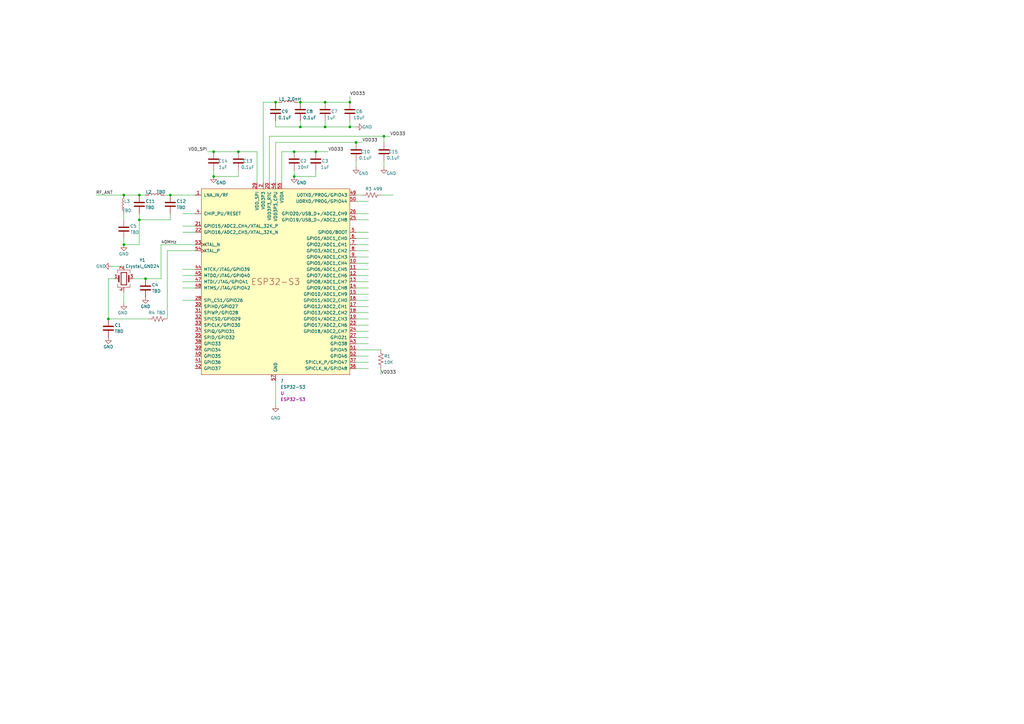
<source format=kicad_sch>
(kicad_sch (version 20211123) (generator eeschema)
  (paper "A3")
  (lib_symbols
    (symbol "Device:C" (pin_numbers hide) (pin_names (offset 0.254))
      (property "Reference" "C" (at 0.635 2.54 0))
      (property "Value" "C" (at 0.635 -2.54 0))
      (symbol "C_0_1"
        (polyline (pts (xy -2.032 -0.762) (xy 2.032 -0.762)) (stroke (width 0.508)))
        (polyline (pts (xy -2.032 0.762) (xy 2.032 0.762)) (stroke (width 0.508)))
      )
      (symbol "C_1_1"
        (pin passive line (at 0 3.81 270) (length 2.794) (name "~") (number "1"))
        (pin passive line (at 0 -3.81 90) (length 2.794) (name "~") (number "2"))
      )
    )
    (symbol "Device:Crystal_GND24" (pin_names (offset 1.016) hide)
      (property "Reference" "Y" (at 3.175 5.08 0))
      (property "Value" "Crystal_GND24" (at 3.175 3.175 0))
      (symbol "Crystal_GND24_0_1"
        (rectangle (start -1.143 2.54) (end 1.143 -2.54) (stroke (width 0.3048)))
        (polyline (pts (xy -2.54 0) (xy -2.032 0)))
        (polyline (pts (xy -2.032 -1.27) (xy -2.032 1.27)) (stroke (width 0.508)))
        (polyline (pts (xy 0 -3.81) (xy 0 -3.556)))
        (polyline (pts (xy 0 3.556) (xy 0 3.81)))
        (polyline (pts (xy 2.032 -1.27) (xy 2.032 1.27)) (stroke (width 0.508)))
        (polyline (pts (xy 2.032 0) (xy 2.54 0)))
        (polyline (pts (xy -2.54 -2.286) (xy -2.54 -3.556) (xy 2.54 -3.556) (xy 2.54 -2.286)))
        (polyline (pts (xy -2.54 2.286) (xy -2.54 3.556) (xy 2.54 3.556) (xy 2.54 2.286)))
      )
      (symbol "Crystal_GND24_1_1"
        (pin passive line (at -3.81 0 0) (length 1.27) (name "1") (number "1"))
        (pin passive line (at 0 5.08 270) (length 1.27) (name "2") (number "2"))
        (pin passive line (at 3.81 0 180) (length 1.27) (name "3") (number "3"))
        (pin passive line (at 0 -5.08 90) (length 1.27) (name "4") (number "4"))
      )
    )
    (symbol "Device:L" (pin_numbers hide) (pin_names (offset 1.016) hide)
      (property "Reference" "L" (at -1.27 0 90))
      (property "Value" "L" (at 1.905 0 90))
      (symbol "L_0_1"
        (arc (start 0 -2.54) (mid 0.635 -1.905) (end 0 -1.27))
        (arc (start 0 -1.27) (mid 0.635 -0.635) (end 0 0))
        (arc (start 0 0) (mid 0.635 0.635) (end 0 1.27))
        (arc (start 0 1.27) (mid 0.635 1.905) (end 0 2.54))
      )
      (symbol "L_1_1"
        (pin passive line (at 0 3.81 270) (length 1.27) (name "1") (number "1"))
        (pin passive line (at 0 -3.81 90) (length 1.27) (name "2") (number "2"))
      )
    )
    (symbol "Device:R_US" (pin_numbers hide) (pin_names (offset 0))
      (property "Reference" "R" (at 2.54 0 90))
      (property "Value" "R_US" (at -2.54 0 90))
      (symbol "R_US_0_1"
        (polyline (pts (xy 0 -2.286) (xy 0 -2.54)))
        (polyline (pts (xy 0 2.286) (xy 0 2.54)))
        (polyline (pts (xy 0 -0.762) (xy 1.016 -1.143) (xy 0 -1.524) (xy -1.016 -1.905) (xy 0 -2.286)))
        (polyline (pts (xy 0 0.762) (xy 1.016 0.381) (xy 0 0) (xy -1.016 -0.381) (xy 0 -0.762)))
        (polyline (pts (xy 0 2.286) (xy 1.016 1.905) (xy 0 1.524) (xy -1.016 1.143) (xy 0 0.762)))
      )
      (symbol "R_US_1_1"
        (pin passive line (at 0 3.81 270) (length 1.27) (name "~") (number "1"))
        (pin passive line (at 0 -3.81 90) (length 1.27) (name "~") (number "2"))
      )
    )
    (symbol "Espressif:ESP32-S3" (pin_names (offset 1.016))
      (property "Value" "ESP32-S3" (at 0 0 0))
      (property "Reference_1" "U" (at -30.48 43.18 0))
      (property "Value_1" "ESP32-S3" (at -30.48 40.64 0))
      (symbol "ESP32-S3_0_0"
        (text "ESP32-S3" (at 0 0 0) (effects (font (size 2.54 2.54))))
        (pin bidirectional line (at 33.02 -35.56 180) (length 2.54) (name "SPICLK_N/GPIO48") (number "36"))
        (pin bidirectional line (at 33.02 -33.02 180) (length 2.54) (name "SPICLK_P/GPIO47") (number "37"))
      )
      (symbol "ESP32-S3_0_1"
        (rectangle (start -30.48 38.1) (end 30.48 -38.1) (fill (type background)))
      )
      (symbol "ESP32-S3_1_1"
        (pin bidirectional line (at -33.02 35.56 0) (length 2.54) (name "LNA_IN/RF") (number "1"))
        (pin bidirectional line (at 33.02 7.62 180) (length 2.54) (name "GPIO5/ADC1_CH4") (number "10"))
        (pin bidirectional line (at 33.02 5.08 180) (length 2.54) (name "GPIO6/ADC1_CH5") (number "11"))
        (pin bidirectional line (at 33.02 2.54 180) (length 2.54) (name "GPIO7/ADC1_CH6") (number "12"))
        (pin bidirectional line (at 33.02 0 180) (length 2.54) (name "GPIO8/ADC1_CH7") (number "13"))
        (pin bidirectional line (at 33.02 -2.54 180) (length 2.54) (name "GPIO9/ADC1_CH8") (number "14"))
        (pin bidirectional line (at 33.02 -5.08 180) (length 2.54) (name "GPIO10/ADC1_CH9") (number "15"))
        (pin bidirectional line (at 33.02 -7.62 180) (length 2.54) (name "GPIO11/ADC2_CH0") (number "16"))
        (pin bidirectional line (at 33.02 -10.16 180) (length 2.54) (name "GPIO12/ADC2_CH1") (number "17"))
        (pin bidirectional line (at 33.02 -12.7 180) (length 2.54) (name "GPIO13/ADC2_CH2") (number "18"))
        (pin bidirectional line (at 33.02 -15.24 180) (length 2.54) (name "GPIO14/ADC2_CH3") (number "19"))
        (pin power_in line (at -5.08 40.64 270) (length 2.54) (name "VDD3P3") (number "2"))
        (pin power_in line (at -2.54 40.64 270) (length 2.54) (name "VDD3P3_RTC") (number "20"))
        (pin bidirectional line (at -33.02 22.86 0) (length 2.54) (name "GPIO15/ADC2_CH4/XTAL_32K_P") (number "21"))
        (pin bidirectional line (at -33.02 20.32 0) (length 2.54) (name "GPIO16/ADC2_CH5/XTAL_32K_N") (number "22"))
        (pin bidirectional line (at 33.02 -17.78 180) (length 2.54) (name "GPIO17/ADC2_CH6") (number "23"))
        (pin bidirectional line (at 33.02 -20.32 180) (length 2.54) (name "GPIO18/ADC2_CH7") (number "24"))
        (pin bidirectional line (at 33.02 25.4 180) (length 2.54) (name "GPIO19/USB_D-/ADC2_CH8") (number "25"))
        (pin bidirectional line (at 33.02 27.94 180) (length 2.54) (name "GPIO20/USB_D+/ADC2_CH9") (number "26"))
        (pin bidirectional line (at 33.02 -22.86 180) (length 2.54) (name "GPIO21") (number "27"))
        (pin bidirectional line (at -33.02 -7.62 0) (length 2.54) (name "SPI_CS1/GPIO26") (number "28"))
        (pin power_out line (at -7.62 40.64 270) (length 2.54) (name "VDD_SPI") (number "29"))
        (pin power_in line (at -5.08 40.64 270) (length 2.54) hide (name "VDD3P3") (number "3"))
        (pin bidirectional line (at -33.02 -10.16 0) (length 2.54) (name "SPIHD/GPIO27") (number "30"))
        (pin bidirectional line (at -33.02 -12.7 0) (length 2.54) (name "SPIWP/GPIO28") (number "31"))
        (pin bidirectional line (at -33.02 -15.24 0) (length 2.54) (name "SPICS0/GPIO29") (number "32"))
        (pin bidirectional line (at -33.02 -17.78 0) (length 2.54) (name "SPICLK/GPIO30") (number "33"))
        (pin bidirectional line (at -33.02 -20.32 0) (length 2.54) (name "SPIQ/GPIO31") (number "34"))
        (pin bidirectional line (at -33.02 -22.86 0) (length 2.54) (name "SPID/GPIO32") (number "35"))
        (pin bidirectional line (at -33.02 -25.4 0) (length 2.54) (name "GPIO33") (number "38"))
        (pin bidirectional line (at -33.02 -27.94 0) (length 2.54) (name "GPIO34") (number "39"))
        (pin input line (at -33.02 27.94 0) (length 2.54) (name "CHIP_PU/RESET") (number "4"))
        (pin bidirectional line (at -33.02 -30.48 0) (length 2.54) (name "GPIO35") (number "40"))
        (pin bidirectional line (at -33.02 -33.02 0) (length 2.54) (name "GPIO36") (number "41"))
        (pin bidirectional line (at -33.02 -35.56 0) (length 2.54) (name "GPIO37") (number "42"))
        (pin bidirectional line (at 33.02 -25.4 180) (length 2.54) (name "GPIO38") (number "43"))
        (pin bidirectional line (at -33.02 5.08 0) (length 2.54) (name "MTCK/JTAG/GPIO39") (number "44"))
        (pin bidirectional line (at -33.02 2.54 0) (length 2.54) (name "MTDO/JTAG/GPIO40") (number "45"))
        (pin power_in line (at 0 40.64 270) (length 2.54) (name "VDD3P3_CPU") (number "46"))
        (pin bidirectional line (at -33.02 0 0) (length 2.54) (name "MTDI/JTAG/GPIO41") (number "47"))
        (pin bidirectional line (at -33.02 -2.54 0) (length 2.54) (name "MTMS/JTAG/GPIO42") (number "48"))
        (pin bidirectional line (at 33.02 35.56 180) (length 2.54) (name "U0TXD/PROG/GPIO43") (number "49"))
        (pin bidirectional line (at 33.02 20.32 180) (length 2.54) (name "GPIO0/BOOT") (number "5"))
        (pin bidirectional line (at 33.02 33.02 180) (length 2.54) (name "U0RXD/PROG/GPIO44") (number "50"))
        (pin bidirectional line (at 33.02 -27.94 180) (length 2.54) (name "GPIO45") (number "51"))
        (pin bidirectional line (at 33.02 -30.48 180) (length 2.54) (name "GPIO46") (number "52"))
        (pin input clock (at -33.02 15.24 0) (length 2.54) (name "XTAL_N") (number "53"))
        (pin output clock (at -33.02 12.7 0) (length 2.54) (name "XTAL_P") (number "54"))
        (pin power_in line (at 2.54 40.64 270) (length 2.54) (name "VDDA") (number "55"))
        (pin passive line (at 2.54 40.64 270) (length 2.54) hide (name "VDDA") (number "56"))
        (pin power_in line (at 0 -40.64 90) (length 2.54) (name "GND") (number "57"))
        (pin bidirectional line (at 33.02 17.78 180) (length 2.54) (name "GPIO1/ADC1_CH0") (number "6"))
        (pin bidirectional line (at 33.02 15.24 180) (length 2.54) (name "GPIO2/ADC1_CH1") (number "7"))
        (pin bidirectional line (at 33.02 12.7 180) (length 2.54) (name "GPIO3/ADC1_CH2") (number "8"))
        (pin bidirectional line (at 33.02 10.16 180) (length 2.54) (name "GPIO4/ADC1_CH3") (number "9"))
      )
    )
    (symbol "power:GND" (power) (pin_names (offset 0))
      (property "Value" "GND" (at 0 -3.81 0))
      (symbol "GND_0_1"
        (polyline (pts (xy 0 0) (xy 0 -1.27) (xy 1.27 -1.27) (xy 0 -2.54) (xy -1.27 -1.27) (xy 0 -1.27)))
      )
      (symbol "GND_1_1"
        (pin power_in line (at 0 0 270) (length 0) hide (name "GND") (number "1"))
      )
    )
  )
  (junction (at 59.69 114.3))
  (junction (at 143.51 52.07))
  (junction (at 120.65 62.23))
  (junction (at 50.8 80.01))
  (junction (at 123.19 52.07))
  (junction (at 87.63 62.23))
  (junction (at 143.51 41.91))
  (junction (at 113.03 41.91))
  (junction (at 129.54 62.23))
  (junction (at 69.85 80.01))
  (junction (at 146.05 58.42))
  (junction (at 57.15 90.17))
  (junction (at 133.35 52.07))
  (junction (at 57.15 80.01))
  (junction (at 120.65 72.39))
  (junction (at 44.45 130.81))
  (junction (at 133.35 41.91))
  (junction (at 97.79 62.23))
  (junction (at 87.63 72.39))
  (junction (at 123.19 41.91))
  (junction (at 50.8 100.33))
  (junction (at 157.48 55.88))
  (wire (pts (xy 146.05 125.73) (xy 151.13 125.73)))
  (wire (pts (xy 85.09 62.23) (xy 87.63 62.23)))
  (wire (pts (xy 107.95 41.91) (xy 113.03 41.91)))
  (wire (pts (xy 50.8 80.01) (xy 57.15 80.01)))
  (wire (pts (xy 133.35 41.91) (xy 143.51 41.91)))
  (wire (pts (xy 59.69 114.3) (xy 66.04 114.3)))
  (wire (pts (xy 146.05 90.17) (xy 151.13 90.17)))
  (wire (pts (xy 146.05 58.42) (xy 148.59 58.42)))
  (wire (pts (xy 66.04 100.33) (xy 80.01 100.33)))
  (wire (pts (xy 121.92 41.91) (xy 123.19 41.91)))
  (wire (pts (xy 57.15 80.01) (xy 59.69 80.01)))
  (wire (pts (xy 146.05 135.89) (xy 151.13 135.89)))
  (wire (pts (xy 57.15 90.17) (xy 57.15 100.33)))
  (wire (pts (xy 143.51 49.53) (xy 143.51 52.07)))
  (wire (pts (xy 120.65 69.85) (xy 120.65 72.39)))
  (wire (pts (xy 50.8 87.63) (xy 50.8 90.17)))
  (wire (pts (xy 146.05 97.79) (xy 151.13 97.79)))
  (wire (pts (xy 160.02 55.88) (xy 157.48 55.88)))
  (wire (pts (xy 113.03 58.42) (xy 146.05 58.42)))
  (wire (pts (xy 146.05 82.55) (xy 151.13 82.55)))
  (wire (pts (xy 97.79 72.39) (xy 97.79 69.85)))
  (wire (pts (xy 57.15 100.33) (xy 50.8 100.33)))
  (wire (pts (xy 143.51 52.07) (xy 146.05 52.07)))
  (wire (pts (xy 57.15 87.63) (xy 57.15 90.17)))
  (wire (pts (xy 74.93 87.63) (xy 80.01 87.63)))
  (wire (pts (xy 157.48 55.88) (xy 157.48 58.42)))
  (wire (pts (xy 68.58 102.87) (xy 68.58 130.81)))
  (wire (pts (xy 74.93 113.03) (xy 80.01 113.03)))
  (wire (pts (xy 57.15 90.17) (xy 69.85 90.17)))
  (wire (pts (xy 123.19 41.91) (xy 133.35 41.91)))
  (wire (pts (xy 44.45 130.81) (xy 60.96 130.81)))
  (wire (pts (xy 146.05 118.11) (xy 151.13 118.11)))
  (wire (pts (xy 46.99 114.3) (xy 44.45 114.3)))
  (wire (pts (xy 146.05 130.81) (xy 151.13 130.81)))
  (wire (pts (xy 146.05 110.49) (xy 151.13 110.49)))
  (wire (pts (xy 146.05 80.01) (xy 148.59 80.01)))
  (wire (pts (xy 45.72 109.22) (xy 50.8 109.22)))
  (wire (pts (xy 146.05 128.27) (xy 151.13 128.27)))
  (wire (pts (xy 146.05 113.03) (xy 151.13 113.03)))
  (wire (pts (xy 66.04 114.3) (xy 66.04 100.33)))
  (wire (pts (xy 107.95 74.93) (xy 107.95 41.91)))
  (wire (pts (xy 146.05 123.19) (xy 151.13 123.19)))
  (wire (pts (xy 120.65 72.39) (xy 129.54 72.39)))
  (wire (pts (xy 157.48 66.04) (xy 157.48 68.58)))
  (wire (pts (xy 133.35 52.07) (xy 143.51 52.07)))
  (wire (pts (xy 113.03 41.91) (xy 114.3 41.91)))
  (wire (pts (xy 113.03 156.21) (xy 113.03 166.37)))
  (wire (pts (xy 146.05 140.97) (xy 151.13 140.97)))
  (wire (pts (xy 74.93 123.19) (xy 80.01 123.19)))
  (wire (pts (xy 74.93 92.71) (xy 80.01 92.71)))
  (wire (pts (xy 87.63 72.39) (xy 97.79 72.39)))
  (wire (pts (xy 146.05 107.95) (xy 151.13 107.95)))
  (wire (pts (xy 120.65 62.23) (xy 129.54 62.23)))
  (wire (pts (xy 69.85 80.01) (xy 67.31 80.01)))
  (wire (pts (xy 74.93 118.11) (xy 80.01 118.11)))
  (wire (pts (xy 129.54 62.23) (xy 134.62 62.23)))
  (wire (pts (xy 146.05 120.65) (xy 151.13 120.65)))
  (wire (pts (xy 146.05 133.35) (xy 151.13 133.35)))
  (wire (pts (xy 113.03 49.53) (xy 113.03 52.07)))
  (wire (pts (xy 39.37 80.01) (xy 50.8 80.01)))
  (wire (pts (xy 44.45 114.3) (xy 44.45 130.81)))
  (wire (pts (xy 146.05 138.43) (xy 151.13 138.43)))
  (wire (pts (xy 113.03 74.93) (xy 113.03 58.42)))
  (wire (pts (xy 146.05 95.25) (xy 151.13 95.25)))
  (wire (pts (xy 110.49 55.88) (xy 157.48 55.88)))
  (wire (pts (xy 133.35 49.53) (xy 133.35 52.07)))
  (wire (pts (xy 97.79 62.23) (xy 105.41 62.23)))
  (wire (pts (xy 146.05 87.63) (xy 151.13 87.63)))
  (wire (pts (xy 146.05 100.33) (xy 151.13 100.33)))
  (wire (pts (xy 123.19 52.07) (xy 133.35 52.07)))
  (wire (pts (xy 146.05 105.41) (xy 151.13 105.41)))
  (wire (pts (xy 146.05 115.57) (xy 151.13 115.57)))
  (wire (pts (xy 54.61 114.3) (xy 59.69 114.3)))
  (wire (pts (xy 87.63 69.85) (xy 87.63 72.39)))
  (wire (pts (xy 74.93 95.25) (xy 80.01 95.25)))
  (wire (pts (xy 50.8 119.38) (xy 50.8 124.46)))
  (wire (pts (xy 146.05 102.87) (xy 151.13 102.87)))
  (wire (pts (xy 113.03 52.07) (xy 123.19 52.07)))
  (wire (pts (xy 143.51 39.37) (xy 143.51 41.91)))
  (wire (pts (xy 50.8 100.33) (xy 50.8 97.79)))
  (wire (pts (xy 69.85 80.01) (xy 80.01 80.01)))
  (wire (pts (xy 146.05 66.04) (xy 146.05 68.58)))
  (wire (pts (xy 129.54 72.39) (xy 129.54 69.85)))
  (wire (pts (xy 123.19 49.53) (xy 123.19 52.07)))
  (wire (pts (xy 146.05 151.13) (xy 151.13 151.13)))
  (wire (pts (xy 74.93 110.49) (xy 80.01 110.49)))
  (wire (pts (xy 146.05 148.59) (xy 151.13 148.59)))
  (wire (pts (xy 105.41 74.93) (xy 105.41 62.23)))
  (wire (pts (xy 110.49 74.93) (xy 110.49 55.88)))
  (wire (pts (xy 87.63 62.23) (xy 97.79 62.23)))
  (wire (pts (xy 156.21 151.13) (xy 156.21 153.67)))
  (wire (pts (xy 146.05 143.51) (xy 156.21 143.51)))
  (wire (pts (xy 115.57 62.23) (xy 120.65 62.23)))
  (wire (pts (xy 146.05 146.05) (xy 151.13 146.05)))
  (wire (pts (xy 68.58 102.87) (xy 80.01 102.87)))
  (wire (pts (xy 69.85 87.63) (xy 69.85 90.17)))
  (wire (pts (xy 156.21 80.01) (xy 161.29 80.01)))
  (wire (pts (xy 115.57 74.93) (xy 115.57 62.23)))
  (wire (pts (xy 74.93 115.57) (xy 80.01 115.57)))
  (label "VDD33" (at 160.02 55.88 0))
  (label "VDD33" (at 134.62 62.23 0))
  (label "VDD33" (at 143.51 39.37 0))
  (label "40MHz" (at 66.04 100.33 0))
  (label "RF_ANT" (at 39.37 80.01 0))
  (label "VDD_SPI" (at 85.09 62.23 180))
  (label "VDD33" (at 148.59 58.42 0))
  (label "VDD33" (at 156.21 153.67 0))
  (symbol (lib_id "Device:C") (at 57.15 83.82 0) (unit 1)
    (property "Reference" "C11" (at 59.69 82.55 0) (effects (justify left)))
    (property "Value" "TBD" (at 59.69 85.09 0) (effects (justify left)))
  )
  (symbol (lib_id "Device:C") (at 129.54 66.04 180) (unit 1)
    (property "Reference" "C3" (at 133.35 66.04 0))
    (property "Value" "1uF" (at 133.35 68.58 0))
  )
  (symbol (lib_id "Device:R_US") (at 156.21 147.32 0) (unit 1)
    (property "Reference" "R1" (at 157.48 146.05 0) (effects (justify left)))
    (property "Value" "10K" (at 157.48 148.59 0) (effects (justify left)))
  )
  (symbol (lib_id "power:GND") (at 120.65 72.39 0) (unit 1)
    (property "Reference" "#PWR?" (effects hide))
    (property "Value" "GND" (at 125.73 74.93 0) (effects (justify right)))
  )
  (symbol (lib_id "Device:C") (at 157.48 62.23 0) (unit 1)
    (property "Reference" "C15" (at 161.29 62.23 0))
    (property "Value" "0.1uF" (at 161.29 64.77 0))
  )
  (symbol (lib_id "Device:C") (at 69.85 83.82 0) (unit 1)
    (property "Reference" "C12" (at 72.39 82.55 0) (effects (justify left)))
    (property "Value" "TBD" (at 72.39 85.09 0) (effects (justify left)))
  )
  (symbol (lib_id "power:GND") (at 50.8 100.33 0) (unit 1)
    (property "Reference" "#PWR?" (effects hide))
    (property "Value" "GND" (at 50.8 104.14 0))
  )
  (symbol (lib_id "power:GND") (at 113.03 166.37 0) (unit 1)
    (property "Reference" "#PWR?" (effects hide))
    (property "Value" "GND" (at 113.03 171.45 0))
  )
  (symbol (lib_id "Device:L") (at 118.11 41.91 90) (unit 1)
    (property "Reference" "L1" (at 115.57 40.64 90))
    (property "Value" "2.0nH" (at 120.65 40.64 90))
  )
  (symbol (lib_id "power:GND") (at 87.63 72.39 0) (unit 1)
    (property "Reference" "#PWR?" (effects hide))
    (property "Value" "GND" (at 92.71 74.93 0) (effects (justify right)))
  )
  (symbol (lib_id "Device:C") (at 113.03 45.72 0) (unit 1)
    (property "Reference" "C9" (at 116.84 45.72 0))
    (property "Value" "0.1uF" (at 116.84 48.26 0))
  )
  (symbol (lib_id "Device:R_US") (at 152.4 80.01 90) (unit 1)
    (property "Reference" "R3" (at 151.13 77.47 90))
    (property "Value" "499" (at 154.94 77.47 90))
  )
  (symbol (lib_id "power:GND") (at 157.48 68.58 0) (unit 1)
    (property "Reference" "#PWR?" (effects hide))
    (property "Value" "GND" (at 162.56 71.12 0) (effects (justify right)))
  )
  (symbol (lib_id "Device:C") (at 87.63 66.04 180) (unit 1)
    (property "Reference" "C14" (at 91.44 66.04 0))
    (property "Value" "1uF" (at 91.44 68.58 0))
  )
  (symbol (lib_id "Device:R_US") (at 64.77 130.81 90) (unit 1)
    (property "Reference" "R4" (at 62.23 128.27 90))
    (property "Value" "TBD" (at 66.04 128.27 90))
  )
  (symbol (lib_id "power:GND") (at 45.72 109.22 270) (unit 1)
    (property "Reference" "#PWR?" (effects hide))
    (property "Value" "GND" (at 39.37 109.22 90) (effects (justify left)))
  )
  (symbol (lib_id "Device:C") (at 120.65 66.04 180) (unit 1)
    (property "Reference" "C2" (at 124.46 66.04 0))
    (property "Value" "10nF" (at 124.46 68.58 0))
  )
  (symbol (lib_id "Device:C") (at 97.79 66.04 180) (unit 1)
    (property "Reference" "C13" (at 101.6 66.04 0))
    (property "Value" "0.1uF" (at 101.6 68.58 0))
  )
  (symbol (lib_id "Device:C") (at 146.05 62.23 0) (unit 1)
    (property "Reference" "C10" (at 149.86 62.23 0))
    (property "Value" "0.1uF" (at 149.86 64.77 0))
  )
  (symbol (lib_id "power:GND") (at 50.8 124.46 0) (unit 1)
    (property "Reference" "#PWR?" (effects hide))
    (property "Value" "GND" (at 48.26 128.27 0) (effects (justify left)))
  )
  (symbol (lib_id "Device:C") (at 50.8 93.98 0) (unit 1)
    (property "Reference" "C5" (at 53.34 92.71 0) (effects (justify left)))
    (property "Value" "TBD" (at 53.34 95.25 0) (effects (justify left)))
  )
  (symbol (lib_id "Device:C") (at 44.45 134.62 0) (unit 1)
    (property "Reference" "C1" (at 46.99 133.35 0) (effects (justify left)))
    (property "Value" "TBD" (at 46.99 135.89 0) (effects (justify left)))
  )
  (symbol (lib_id "Device:L") (at 50.8 83.82 180) (unit 1)
    (property "Reference" "L3" (at 52.07 82.55 0))
    (property "Value" "TBD" (at 52.07 86.36 0))
  )
  (symbol (lib_id "power:GND") (at 146.05 52.07 90) (unit 1)
    (property "Reference" "#PWR?" (effects hide))
    (property "Value" "GND" (at 148.59 52.07 90) (effects (justify right)))
  )
  (symbol (lib_id "Device:Crystal_GND24") (at 50.8 114.3 0) (unit 1)
    (property "Reference" "Y1" (at 58.42 106.68 0))
    (property "Value" "Crystal_GND24" (at 58.42 109.22 0))
  )
  (symbol (lib_id "Device:C") (at 123.19 45.72 0) (unit 1)
    (property "Reference" "C8" (at 127 45.72 0))
    (property "Value" "0.1uF" (at 127 48.26 0))
  )
  (symbol (lib_id "Device:C") (at 133.35 45.72 0) (unit 1)
    (property "Reference" "C7" (at 137.16 45.72 0))
    (property "Value" "1uF" (at 135.89 48.26 0))
  )
  (symbol (lib_id "power:GND") (at 44.45 138.43 0) (unit 1)
    (property "Reference" "#PWR?" (effects hide))
    (property "Value" "GND" (at 44.45 142.24 0))
  )
  (symbol (lib_id "Device:C") (at 59.69 118.11 0) (unit 1)
    (property "Reference" "C4" (at 62.23 116.84 0) (effects (justify left)))
    (property "Value" "TBD" (at 62.23 119.38 0) (effects (justify left)))
  )
  (symbol (lib_id "Device:C") (at 143.51 45.72 0) (unit 1)
    (property "Reference" "C6" (at 147.32 45.72 0))
    (property "Value" "10uF" (at 147.32 48.26 0))
  )
  (symbol (lib_id "power:GND") (at 146.05 68.58 0) (unit 1)
    (property "Reference" "#PWR?" (effects hide))
    (property "Value" "GND" (at 151.13 71.12 0) (effects (justify right)))
  )
  (symbol (lib_id "Espressif:ESP32-S3") (at 113.03 115.57 0) (unit 1)
    (property "Reference" "?" (at 115.0494 156.21 0) (effects (justify left)))
    (property "Value" "ESP32-S3" (at 115.0494 158.75 0) (effects (justify left)))
    (property "Reference_1" "U" (at 115.0494 161.29 0) (effects (justify left)))
    (property "Value_1" "ESP32-S3" (at 115.0494 163.83 0) (effects (justify left)))
    (property "Footprint_1" "Package_DFN_QFN:QFN-56-1EP_7x7mm_P0.4mm_EP5.6x5.6mm" (effects hide))
    (property "Datasheet_1" "https://www.espressif.com/sites/default/files/documentation/esp32-s3_datasheet_en.pdf" (effects hide))
  )
  (symbol (lib_id "power:GND") (at 59.69 121.92 0) (unit 1)
    (property "Reference" "#PWR?" (effects hide))
    (property "Value" "GND" (at 59.69 125.73 0))
  )
  (symbol (lib_id "Device:L") (at 63.5 80.01 90) (unit 1)
    (property "Reference" "L2" (at 60.96 78.74 90))
    (property "Value" "TBD" (at 66.04 78.74 90))
  )
)
</source>
